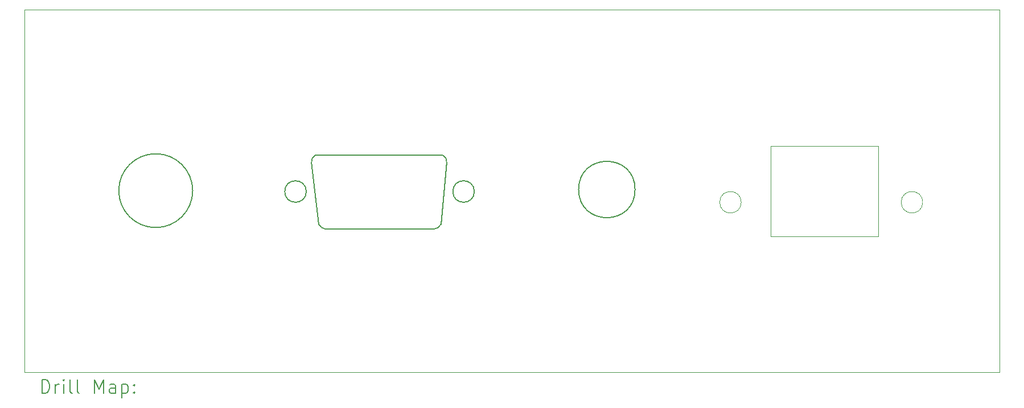
<source format=gbr>
%TF.GenerationSoftware,KiCad,Pcbnew,8.0.1*%
%TF.CreationDate,2025-07-27T10:49:00+02:00*%
%TF.ProjectId,SVX_Node_Case_back,5356585f-4e6f-4646-955f-436173655f62,rev?*%
%TF.SameCoordinates,Original*%
%TF.FileFunction,Drillmap*%
%TF.FilePolarity,Positive*%
%FSLAX45Y45*%
G04 Gerber Fmt 4.5, Leading zero omitted, Abs format (unit mm)*
G04 Created by KiCad (PCBNEW 8.0.1) date 2025-07-27 10:49:00*
%MOMM*%
%LPD*%
G01*
G04 APERTURE LIST*
%ADD10C,0.200000*%
%ADD11C,0.050000*%
G04 APERTURE END LIST*
D10*
X10551000Y-9697000D02*
G75*
G02*
X9451000Y-9697000I-550000J0D01*
G01*
X9451000Y-9697000D02*
G75*
G02*
X10551000Y-9697000I550000J0D01*
G01*
X14243974Y-10196681D02*
G75*
G02*
X14130000Y-10270002I-109984J45721D01*
G01*
D11*
X19150000Y-9030000D02*
X20750000Y-9030000D01*
X20750000Y-10380000D01*
X19150000Y-10380000D01*
X19150000Y-9030000D01*
D10*
X12319334Y-9270264D02*
G75*
G02*
X12376061Y-9169702I90936J14984D01*
G01*
X17131000Y-9680000D02*
G75*
G02*
X16291000Y-9680000I-420000J0D01*
G01*
X16291000Y-9680000D02*
G75*
G02*
X17131000Y-9680000I420000J0D01*
G01*
X12530000Y-10270000D02*
X14130000Y-10270000D01*
X14243974Y-10196681D02*
X14328000Y-9271000D01*
X14740000Y-9710000D02*
G75*
G02*
X14420000Y-9710000I-160000J0D01*
G01*
X14420000Y-9710000D02*
G75*
G02*
X14740000Y-9710000I160000J0D01*
G01*
X12376061Y-9169703D02*
X14270673Y-9170000D01*
X12240000Y-9710000D02*
G75*
G02*
X11920000Y-9710000I-160000J0D01*
G01*
X11920000Y-9710000D02*
G75*
G02*
X12240000Y-9710000I160000J0D01*
G01*
X12530000Y-10270000D02*
G75*
G02*
X12427380Y-10196745I7520J119040D01*
G01*
X14271000Y-9170000D02*
G75*
G02*
X14327729Y-9270561I-34210J-85580D01*
G01*
X12427377Y-10196747D02*
X12319334Y-9270264D01*
D11*
X18710000Y-9870000D02*
G75*
G02*
X18390000Y-9870000I-160000J0D01*
G01*
X18390000Y-9870000D02*
G75*
G02*
X18710000Y-9870000I160000J0D01*
G01*
X21410000Y-9870000D02*
G75*
G02*
X21090000Y-9870000I-160000J0D01*
G01*
X21090000Y-9870000D02*
G75*
G02*
X21410000Y-9870000I160000J0D01*
G01*
X8050000Y-7000000D02*
X22550000Y-7000000D01*
X22550000Y-12400000D01*
X8050000Y-12400000D01*
X8050000Y-7000000D01*
D10*
X8308277Y-12713984D02*
X8308277Y-12513984D01*
X8308277Y-12513984D02*
X8355896Y-12513984D01*
X8355896Y-12513984D02*
X8384467Y-12523508D01*
X8384467Y-12523508D02*
X8403515Y-12542555D01*
X8403515Y-12542555D02*
X8413039Y-12561603D01*
X8413039Y-12561603D02*
X8422563Y-12599698D01*
X8422563Y-12599698D02*
X8422563Y-12628269D01*
X8422563Y-12628269D02*
X8413039Y-12666365D01*
X8413039Y-12666365D02*
X8403515Y-12685412D01*
X8403515Y-12685412D02*
X8384467Y-12704460D01*
X8384467Y-12704460D02*
X8355896Y-12713984D01*
X8355896Y-12713984D02*
X8308277Y-12713984D01*
X8508277Y-12713984D02*
X8508277Y-12580650D01*
X8508277Y-12618746D02*
X8517801Y-12599698D01*
X8517801Y-12599698D02*
X8527324Y-12590174D01*
X8527324Y-12590174D02*
X8546372Y-12580650D01*
X8546372Y-12580650D02*
X8565420Y-12580650D01*
X8632086Y-12713984D02*
X8632086Y-12580650D01*
X8632086Y-12513984D02*
X8622563Y-12523508D01*
X8622563Y-12523508D02*
X8632086Y-12533031D01*
X8632086Y-12533031D02*
X8641610Y-12523508D01*
X8641610Y-12523508D02*
X8632086Y-12513984D01*
X8632086Y-12513984D02*
X8632086Y-12533031D01*
X8755896Y-12713984D02*
X8736848Y-12704460D01*
X8736848Y-12704460D02*
X8727324Y-12685412D01*
X8727324Y-12685412D02*
X8727324Y-12513984D01*
X8860658Y-12713984D02*
X8841610Y-12704460D01*
X8841610Y-12704460D02*
X8832086Y-12685412D01*
X8832086Y-12685412D02*
X8832086Y-12513984D01*
X9089229Y-12713984D02*
X9089229Y-12513984D01*
X9089229Y-12513984D02*
X9155896Y-12656841D01*
X9155896Y-12656841D02*
X9222563Y-12513984D01*
X9222563Y-12513984D02*
X9222563Y-12713984D01*
X9403515Y-12713984D02*
X9403515Y-12609222D01*
X9403515Y-12609222D02*
X9393991Y-12590174D01*
X9393991Y-12590174D02*
X9374944Y-12580650D01*
X9374944Y-12580650D02*
X9336848Y-12580650D01*
X9336848Y-12580650D02*
X9317801Y-12590174D01*
X9403515Y-12704460D02*
X9384467Y-12713984D01*
X9384467Y-12713984D02*
X9336848Y-12713984D01*
X9336848Y-12713984D02*
X9317801Y-12704460D01*
X9317801Y-12704460D02*
X9308277Y-12685412D01*
X9308277Y-12685412D02*
X9308277Y-12666365D01*
X9308277Y-12666365D02*
X9317801Y-12647317D01*
X9317801Y-12647317D02*
X9336848Y-12637793D01*
X9336848Y-12637793D02*
X9384467Y-12637793D01*
X9384467Y-12637793D02*
X9403515Y-12628269D01*
X9498753Y-12580650D02*
X9498753Y-12780650D01*
X9498753Y-12590174D02*
X9517801Y-12580650D01*
X9517801Y-12580650D02*
X9555896Y-12580650D01*
X9555896Y-12580650D02*
X9574944Y-12590174D01*
X9574944Y-12590174D02*
X9584467Y-12599698D01*
X9584467Y-12599698D02*
X9593991Y-12618746D01*
X9593991Y-12618746D02*
X9593991Y-12675888D01*
X9593991Y-12675888D02*
X9584467Y-12694936D01*
X9584467Y-12694936D02*
X9574944Y-12704460D01*
X9574944Y-12704460D02*
X9555896Y-12713984D01*
X9555896Y-12713984D02*
X9517801Y-12713984D01*
X9517801Y-12713984D02*
X9498753Y-12704460D01*
X9679705Y-12694936D02*
X9689229Y-12704460D01*
X9689229Y-12704460D02*
X9679705Y-12713984D01*
X9679705Y-12713984D02*
X9670182Y-12704460D01*
X9670182Y-12704460D02*
X9679705Y-12694936D01*
X9679705Y-12694936D02*
X9679705Y-12713984D01*
X9679705Y-12590174D02*
X9689229Y-12599698D01*
X9689229Y-12599698D02*
X9679705Y-12609222D01*
X9679705Y-12609222D02*
X9670182Y-12599698D01*
X9670182Y-12599698D02*
X9679705Y-12590174D01*
X9679705Y-12590174D02*
X9679705Y-12609222D01*
M02*

</source>
